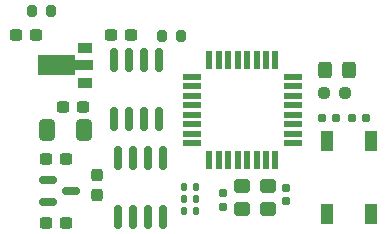
<source format=gbr>
%TF.GenerationSoftware,KiCad,Pcbnew,(6.0.4)*%
%TF.CreationDate,2023-01-22T23:07:16+01:00*%
%TF.ProjectId,panelController,70616e65-6c43-46f6-9e74-726f6c6c6572,rev?*%
%TF.SameCoordinates,Original*%
%TF.FileFunction,Paste,Top*%
%TF.FilePolarity,Positive*%
%FSLAX46Y46*%
G04 Gerber Fmt 4.6, Leading zero omitted, Abs format (unit mm)*
G04 Created by KiCad (PCBNEW (6.0.4)) date 2023-01-22 23:07:16*
%MOMM*%
%LPD*%
G01*
G04 APERTURE LIST*
G04 Aperture macros list*
%AMRoundRect*
0 Rectangle with rounded corners*
0 $1 Rounding radius*
0 $2 $3 $4 $5 $6 $7 $8 $9 X,Y pos of 4 corners*
0 Add a 4 corners polygon primitive as box body*
4,1,4,$2,$3,$4,$5,$6,$7,$8,$9,$2,$3,0*
0 Add four circle primitives for the rounded corners*
1,1,$1+$1,$2,$3*
1,1,$1+$1,$4,$5*
1,1,$1+$1,$6,$7*
1,1,$1+$1,$8,$9*
0 Add four rect primitives between the rounded corners*
20,1,$1+$1,$2,$3,$4,$5,0*
20,1,$1+$1,$4,$5,$6,$7,0*
20,1,$1+$1,$6,$7,$8,$9,0*
20,1,$1+$1,$8,$9,$2,$3,0*%
%AMFreePoly0*
4,1,9,3.862500,-0.866500,0.737500,-0.866500,0.737500,-0.450000,-0.737500,-0.450000,-0.737500,0.450000,0.737500,0.450000,0.737500,0.866500,3.862500,0.866500,3.862500,-0.866500,3.862500,-0.866500,$1*%
G04 Aperture macros list end*
%ADD10RoundRect,0.237500X-0.300000X-0.237500X0.300000X-0.237500X0.300000X0.237500X-0.300000X0.237500X0*%
%ADD11RoundRect,0.135000X0.135000X0.185000X-0.135000X0.185000X-0.135000X-0.185000X0.135000X-0.185000X0*%
%ADD12RoundRect,0.155000X-0.155000X0.212500X-0.155000X-0.212500X0.155000X-0.212500X0.155000X0.212500X0*%
%ADD13RoundRect,0.237500X-0.250000X-0.237500X0.250000X-0.237500X0.250000X0.237500X-0.250000X0.237500X0*%
%ADD14RoundRect,0.237500X-0.237500X0.300000X-0.237500X-0.300000X0.237500X-0.300000X0.237500X0.300000X0*%
%ADD15R,0.550000X1.600000*%
%ADD16R,1.600000X0.550000*%
%ADD17R,1.300000X0.900000*%
%ADD18FreePoly0,180.000000*%
%ADD19RoundRect,0.150000X0.150000X-0.825000X0.150000X0.825000X-0.150000X0.825000X-0.150000X-0.825000X0*%
%ADD20RoundRect,0.250000X0.412500X0.650000X-0.412500X0.650000X-0.412500X-0.650000X0.412500X-0.650000X0*%
%ADD21RoundRect,0.237500X0.300000X0.237500X-0.300000X0.237500X-0.300000X-0.237500X0.300000X-0.237500X0*%
%ADD22RoundRect,0.155000X0.155000X-0.212500X0.155000X0.212500X-0.155000X0.212500X-0.155000X-0.212500X0*%
%ADD23RoundRect,0.200000X0.200000X0.275000X-0.200000X0.275000X-0.200000X-0.275000X0.200000X-0.275000X0*%
%ADD24RoundRect,0.160000X-0.197500X-0.160000X0.197500X-0.160000X0.197500X0.160000X-0.197500X0.160000X0*%
%ADD25RoundRect,0.160000X0.197500X0.160000X-0.197500X0.160000X-0.197500X-0.160000X0.197500X-0.160000X0*%
%ADD26RoundRect,0.200000X-0.200000X-0.275000X0.200000X-0.275000X0.200000X0.275000X-0.200000X0.275000X0*%
%ADD27R,1.100000X1.800000*%
%ADD28RoundRect,0.250000X-0.325000X-0.450000X0.325000X-0.450000X0.325000X0.450000X-0.325000X0.450000X0*%
%ADD29RoundRect,0.300000X-0.400000X-0.300000X0.400000X-0.300000X0.400000X0.300000X-0.400000X0.300000X0*%
%ADD30RoundRect,0.150000X-0.587500X-0.150000X0.587500X-0.150000X0.587500X0.150000X-0.587500X0.150000X0*%
G04 APERTURE END LIST*
D10*
%TO.C,C502*%
X143886400Y-107806800D03*
X145611400Y-107806800D03*
%TD*%
D11*
%TO.C,R301*%
X156593000Y-105791000D03*
X155573000Y-105791000D03*
%TD*%
D12*
%TO.C,C13*%
X158928000Y-105303500D03*
X158928000Y-106438500D03*
%TD*%
D11*
%TO.C,R303*%
X156593000Y-104775000D03*
X155573000Y-104775000D03*
%TD*%
D13*
%TO.C,R12*%
X167413300Y-96824800D03*
X169238300Y-96824800D03*
%TD*%
D14*
%TO.C,C11*%
X148234400Y-103733600D03*
X148234400Y-105458600D03*
%TD*%
D15*
%TO.C,U13*%
X157734000Y-102514400D03*
X158534000Y-102514400D03*
X159334000Y-102514400D03*
X160134000Y-102514400D03*
X160934000Y-102514400D03*
X161734000Y-102514400D03*
X162534000Y-102514400D03*
X163334000Y-102514400D03*
D16*
X164784000Y-101064400D03*
X164784000Y-100264400D03*
X164784000Y-99464400D03*
X164784000Y-98664400D03*
X164784000Y-97864400D03*
X164784000Y-97064400D03*
X164784000Y-96264400D03*
X164784000Y-95464400D03*
D15*
X163334000Y-94014400D03*
X162534000Y-94014400D03*
X161734000Y-94014400D03*
X160934000Y-94014400D03*
X160134000Y-94014400D03*
X159334000Y-94014400D03*
X158534000Y-94014400D03*
X157734000Y-94014400D03*
D16*
X156284000Y-95464400D03*
X156284000Y-96264400D03*
X156284000Y-97064400D03*
X156284000Y-97864400D03*
X156284000Y-98664400D03*
X156284000Y-99464400D03*
X156284000Y-100264400D03*
X156284000Y-101064400D03*
%TD*%
D17*
%TO.C,U26*%
X147214071Y-95965365D03*
D18*
X147126571Y-94465365D03*
D17*
X147214071Y-92965365D03*
%TD*%
D19*
%TO.C,U11*%
X149987000Y-107300800D03*
X151257000Y-107300800D03*
X152527000Y-107300800D03*
X153797000Y-107300800D03*
X153797000Y-102350800D03*
X152527000Y-102350800D03*
X151257000Y-102350800D03*
X149987000Y-102350800D03*
%TD*%
D20*
%TO.C,C31*%
X147126571Y-99965365D03*
X144001571Y-99965365D03*
%TD*%
D21*
%TO.C,C30*%
X147064071Y-97965365D03*
X145339071Y-97965365D03*
%TD*%
D22*
%TO.C,C14*%
X164211000Y-105977500D03*
X164211000Y-104842500D03*
%TD*%
D23*
%TO.C,R601*%
X155358600Y-91998800D03*
X153708600Y-91998800D03*
%TD*%
D24*
%TO.C,R13*%
X169797800Y-98958400D03*
X170992800Y-98958400D03*
%TD*%
D21*
%TO.C,C29*%
X143051700Y-91897200D03*
X141326700Y-91897200D03*
%TD*%
D25*
%TO.C,R11*%
X168452800Y-98958400D03*
X167257800Y-98958400D03*
%TD*%
D11*
%TO.C,R302*%
X156593000Y-106807000D03*
X155573000Y-106807000D03*
%TD*%
D21*
%TO.C,C501*%
X145612500Y-102371200D03*
X143887500Y-102371200D03*
%TD*%
D26*
%TO.C,R602*%
X142685000Y-89865200D03*
X144335000Y-89865200D03*
%TD*%
D19*
%TO.C,U12*%
X149682200Y-98995000D03*
X150952200Y-98995000D03*
X152222200Y-98995000D03*
X153492200Y-98995000D03*
X153492200Y-94045000D03*
X152222200Y-94045000D03*
X150952200Y-94045000D03*
X149682200Y-94045000D03*
%TD*%
D27*
%TO.C,SW11*%
X171395000Y-100887600D03*
X171395000Y-107087600D03*
X167695000Y-100887600D03*
X167695000Y-107087600D03*
%TD*%
D21*
%TO.C,C12*%
X151103500Y-91948000D03*
X149378500Y-91948000D03*
%TD*%
D28*
%TO.C,D11*%
X167529400Y-94843600D03*
X169579400Y-94843600D03*
%TD*%
D29*
%TO.C,Y11*%
X160528000Y-106614000D03*
X162728000Y-106614000D03*
X162728000Y-104714000D03*
X160528000Y-104714000D03*
%TD*%
D30*
%TO.C,U501*%
X144115000Y-104174600D03*
X144115000Y-106074600D03*
X145990000Y-105124600D03*
%TD*%
M02*

</source>
